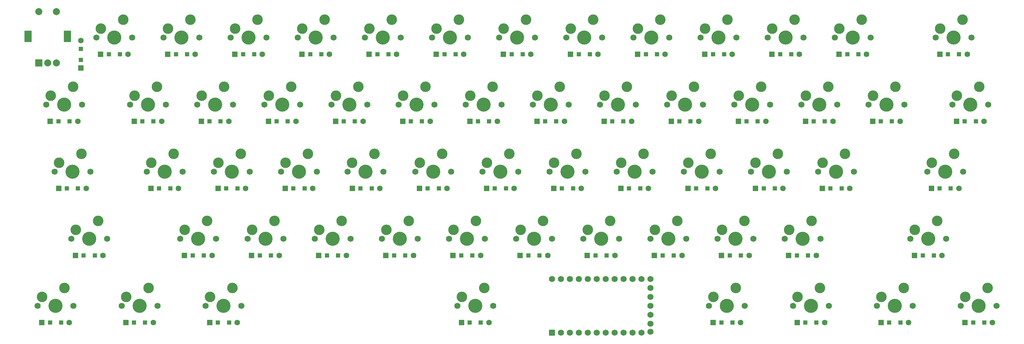
<source format=gbr>
%TF.GenerationSoftware,KiCad,Pcbnew,(5.1.9)-1*%
%TF.CreationDate,2021-02-15T21:30:30-05:00*%
%TF.ProjectId,60percent - Copy,36307065-7263-4656-9e74-202d20436f70,rev?*%
%TF.SameCoordinates,Original*%
%TF.FileFunction,Soldermask,Top*%
%TF.FilePolarity,Negative*%
%FSLAX46Y46*%
G04 Gerber Fmt 4.6, Leading zero omitted, Abs format (unit mm)*
G04 Created by KiCad (PCBNEW (5.1.9)-1) date 2021-02-15 21:30:30*
%MOMM*%
%LPD*%
G01*
G04 APERTURE LIST*
%ADD10R,1.200000X1.200000*%
%ADD11R,1.600000X1.600000*%
%ADD12C,1.600000*%
%ADD13C,1.750000*%
%ADD14C,4.000000*%
%ADD15C,3.000000*%
%ADD16C,2.000000*%
%ADD17R,2.000000X3.200000*%
%ADD18R,2.000000X2.000000*%
%ADD19R,1.752600X1.752600*%
%ADD20C,1.752600*%
G04 APERTURE END LIST*
D10*
%TO.C,D1*%
X85725000Y-77005800D03*
X85725000Y-80155800D03*
D11*
X85725000Y-82480800D03*
D12*
X85725000Y-74680800D03*
%TD*%
D10*
%TO.C,D2*%
X96825000Y-78580800D03*
X93675000Y-78580800D03*
D11*
X91350000Y-78580800D03*
D12*
X99150000Y-78580800D03*
%TD*%
D10*
%TO.C,D3*%
X115875000Y-78580800D03*
X112725000Y-78580800D03*
D11*
X110400000Y-78580800D03*
D12*
X118200000Y-78580800D03*
%TD*%
%TO.C,D4*%
X137250000Y-78580800D03*
D11*
X129450000Y-78580800D03*
D10*
X131775000Y-78580800D03*
X134925000Y-78580800D03*
%TD*%
%TO.C,D5*%
X153975000Y-78580800D03*
X150825000Y-78580800D03*
D11*
X148500000Y-78580800D03*
D12*
X156300000Y-78580800D03*
%TD*%
D10*
%TO.C,D6*%
X173025000Y-78580800D03*
X169875000Y-78580800D03*
D11*
X167550000Y-78580800D03*
D12*
X175350000Y-78580800D03*
%TD*%
%TO.C,D7*%
X194400000Y-78580800D03*
D11*
X186600000Y-78580800D03*
D10*
X188925000Y-78580800D03*
X192075000Y-78580800D03*
%TD*%
%TO.C,D8*%
X211125000Y-78580800D03*
X207975000Y-78580800D03*
D11*
X205650000Y-78580800D03*
D12*
X213450000Y-78580800D03*
%TD*%
D10*
%TO.C,D9*%
X230175000Y-78580800D03*
X227025000Y-78580800D03*
D11*
X224700000Y-78580800D03*
D12*
X232500000Y-78580800D03*
%TD*%
%TO.C,D10*%
X251550000Y-78580800D03*
D11*
X243750000Y-78580800D03*
D10*
X246075000Y-78580800D03*
X249225000Y-78580800D03*
%TD*%
D12*
%TO.C,D11*%
X270600000Y-78580800D03*
D11*
X262800000Y-78580800D03*
D10*
X265125000Y-78580800D03*
X268275000Y-78580800D03*
%TD*%
%TO.C,D12*%
X287325000Y-78580800D03*
X284175000Y-78580800D03*
D11*
X281850000Y-78580800D03*
D12*
X289650000Y-78580800D03*
%TD*%
%TO.C,D13*%
X308700000Y-78580800D03*
D11*
X300900000Y-78580800D03*
D10*
X303225000Y-78580800D03*
X306375000Y-78580800D03*
%TD*%
D12*
%TO.C,D14*%
X337276000Y-78580800D03*
D11*
X329476000Y-78580800D03*
D10*
X331801000Y-78580800D03*
X334951000Y-78580800D03*
%TD*%
D12*
%TO.C,D15*%
X84862500Y-97630800D03*
D11*
X77062500Y-97630800D03*
D10*
X79387500Y-97630800D03*
X82537500Y-97630800D03*
%TD*%
D12*
%TO.C,D16*%
X108675000Y-97630800D03*
D11*
X100875000Y-97630800D03*
D10*
X103200000Y-97630800D03*
X106350000Y-97630800D03*
%TD*%
%TO.C,D17*%
X125400000Y-97630800D03*
X122250000Y-97630800D03*
D11*
X119925000Y-97630800D03*
D12*
X127725000Y-97630800D03*
%TD*%
%TO.C,D18*%
X146775000Y-97630800D03*
D11*
X138975000Y-97630800D03*
D10*
X141300000Y-97630800D03*
X144450000Y-97630800D03*
%TD*%
D12*
%TO.C,D19*%
X165826000Y-97630800D03*
D11*
X158026000Y-97630800D03*
D10*
X160351000Y-97630800D03*
X163501000Y-97630800D03*
%TD*%
%TO.C,D20*%
X182551000Y-97630800D03*
X179401000Y-97630800D03*
D11*
X177076000Y-97630800D03*
D12*
X184876000Y-97630800D03*
%TD*%
D10*
%TO.C,D21*%
X201601000Y-97630800D03*
X198451000Y-97630800D03*
D11*
X196126000Y-97630800D03*
D12*
X203926000Y-97630800D03*
%TD*%
D10*
%TO.C,D22*%
X220651000Y-97630800D03*
X217501000Y-97630800D03*
D11*
X215176000Y-97630800D03*
D12*
X222976000Y-97630800D03*
%TD*%
%TO.C,D23*%
X242026000Y-97630800D03*
D11*
X234226000Y-97630800D03*
D10*
X236551000Y-97630800D03*
X239701000Y-97630800D03*
%TD*%
%TO.C,D24*%
X258751000Y-97630800D03*
X255601000Y-97630800D03*
D11*
X253276000Y-97630800D03*
D12*
X261076000Y-97630800D03*
%TD*%
%TO.C,D25*%
X280126000Y-97630800D03*
D11*
X272326000Y-97630800D03*
D10*
X274651000Y-97630800D03*
X277801000Y-97630800D03*
%TD*%
%TO.C,D26*%
X296851000Y-97630800D03*
X293701000Y-97630800D03*
D11*
X291376000Y-97630800D03*
D12*
X299176000Y-97630800D03*
%TD*%
%TO.C,D27*%
X318226000Y-97630800D03*
D11*
X310426000Y-97630800D03*
D10*
X312751000Y-97630800D03*
X315901000Y-97630800D03*
%TD*%
%TO.C,D28*%
X339713000Y-97630800D03*
X336563000Y-97630800D03*
D11*
X334238000Y-97630800D03*
D12*
X342038000Y-97630800D03*
%TD*%
D10*
%TO.C,D29*%
X84918700Y-116681000D03*
X81768700Y-116681000D03*
D11*
X79443700Y-116681000D03*
D12*
X87243700Y-116681000D03*
%TD*%
D10*
%TO.C,D30*%
X111113000Y-116681000D03*
X107963000Y-116681000D03*
D11*
X105638000Y-116681000D03*
D12*
X113438000Y-116681000D03*
%TD*%
D10*
%TO.C,D31*%
X130163000Y-116681000D03*
X127013000Y-116681000D03*
D11*
X124688000Y-116681000D03*
D12*
X132488000Y-116681000D03*
%TD*%
%TO.C,D32*%
X151538000Y-116681000D03*
D11*
X143738000Y-116681000D03*
D10*
X146063000Y-116681000D03*
X149213000Y-116681000D03*
%TD*%
%TO.C,D33*%
X168263000Y-116681000D03*
X165113000Y-116681000D03*
D11*
X162788000Y-116681000D03*
D12*
X170588000Y-116681000D03*
%TD*%
%TO.C,D34*%
X189638000Y-116681000D03*
D11*
X181838000Y-116681000D03*
D10*
X184163000Y-116681000D03*
X187313000Y-116681000D03*
%TD*%
%TO.C,D35*%
X206363000Y-116681000D03*
X203213000Y-116681000D03*
D11*
X200888000Y-116681000D03*
D12*
X208688000Y-116681000D03*
%TD*%
%TO.C,D36*%
X227738000Y-116681000D03*
D11*
X219938000Y-116681000D03*
D10*
X222263000Y-116681000D03*
X225413000Y-116681000D03*
%TD*%
%TO.C,D37*%
X244463000Y-116681000D03*
X241313000Y-116681000D03*
D11*
X238988000Y-116681000D03*
D12*
X246788000Y-116681000D03*
%TD*%
%TO.C,D38*%
X265838000Y-116681000D03*
D11*
X258038000Y-116681000D03*
D10*
X260363000Y-116681000D03*
X263513000Y-116681000D03*
%TD*%
%TO.C,D39*%
X282679000Y-116681000D03*
X279529000Y-116681000D03*
D11*
X277204000Y-116681000D03*
D12*
X285004000Y-116681000D03*
%TD*%
%TO.C,D40*%
X303938000Y-116681000D03*
D11*
X296138000Y-116681000D03*
D10*
X298463000Y-116681000D03*
X301613000Y-116681000D03*
%TD*%
D12*
%TO.C,D41*%
X334894000Y-116681000D03*
D11*
X327094000Y-116681000D03*
D10*
X329419000Y-116681000D03*
X332569000Y-116681000D03*
%TD*%
D12*
%TO.C,D42*%
X92006300Y-135731000D03*
D11*
X84206300Y-135731000D03*
D10*
X86531300Y-135731000D03*
X89681300Y-135731000D03*
%TD*%
%TO.C,D43*%
X120637000Y-135731000D03*
X117487000Y-135731000D03*
D11*
X115162000Y-135731000D03*
D12*
X122962000Y-135731000D03*
%TD*%
%TO.C,D44*%
X142012000Y-135731000D03*
D11*
X134212000Y-135731000D03*
D10*
X136537000Y-135731000D03*
X139687000Y-135731000D03*
%TD*%
%TO.C,D45*%
X158737000Y-135731000D03*
X155587000Y-135731000D03*
D11*
X153262000Y-135731000D03*
D12*
X161062000Y-135731000D03*
%TD*%
%TO.C,D46*%
X180112000Y-135731000D03*
D11*
X172312000Y-135731000D03*
D10*
X174637000Y-135731000D03*
X177787000Y-135731000D03*
%TD*%
%TO.C,D47*%
X196837000Y-135731000D03*
X193687000Y-135731000D03*
D11*
X191362000Y-135731000D03*
D12*
X199162000Y-135731000D03*
%TD*%
%TO.C,D48*%
X218212000Y-135731000D03*
D11*
X210412000Y-135731000D03*
D10*
X212737000Y-135731000D03*
X215887000Y-135731000D03*
%TD*%
%TO.C,D49*%
X234937000Y-135731000D03*
X231787000Y-135731000D03*
D11*
X229462000Y-135731000D03*
D12*
X237262000Y-135731000D03*
%TD*%
%TO.C,D50*%
X256312000Y-135731000D03*
D11*
X248512000Y-135731000D03*
D10*
X250837000Y-135731000D03*
X253987000Y-135731000D03*
%TD*%
D12*
%TO.C,D51*%
X275362000Y-135731000D03*
D11*
X267562000Y-135731000D03*
D10*
X269887000Y-135731000D03*
X273037000Y-135731000D03*
%TD*%
D12*
%TO.C,D52*%
X294412000Y-135731000D03*
D11*
X286612000Y-135731000D03*
D10*
X288937000Y-135731000D03*
X292087000Y-135731000D03*
%TD*%
%TO.C,D53*%
X327807000Y-135731000D03*
X324657000Y-135731000D03*
D11*
X322332000Y-135731000D03*
D12*
X330132000Y-135731000D03*
%TD*%
%TO.C,D54*%
X82481300Y-154781000D03*
D11*
X74681300Y-154781000D03*
D10*
X77006300Y-154781000D03*
X80156300Y-154781000D03*
%TD*%
%TO.C,D55*%
X103969000Y-154781000D03*
X100819000Y-154781000D03*
D11*
X98494000Y-154781000D03*
D12*
X106294000Y-154781000D03*
%TD*%
%TO.C,D56*%
X130106000Y-154781000D03*
D11*
X122306000Y-154781000D03*
D10*
X124631000Y-154781000D03*
X127781000Y-154781000D03*
%TD*%
%TO.C,D57*%
X199219000Y-154781000D03*
X196069000Y-154781000D03*
D11*
X193744000Y-154781000D03*
D12*
X201544000Y-154781000D03*
%TD*%
%TO.C,D58*%
X272982000Y-154781000D03*
D11*
X265182000Y-154781000D03*
D10*
X267507000Y-154781000D03*
X270657000Y-154781000D03*
%TD*%
%TO.C,D59*%
X294469000Y-154781000D03*
X291319000Y-154781000D03*
D11*
X288994000Y-154781000D03*
D12*
X296794000Y-154781000D03*
%TD*%
%TO.C,D60*%
X320606000Y-154781000D03*
D11*
X312806000Y-154781000D03*
D10*
X315131000Y-154781000D03*
X318281000Y-154781000D03*
%TD*%
%TO.C,D61*%
X342093000Y-154781000D03*
X338943000Y-154781000D03*
D11*
X336618000Y-154781000D03*
D12*
X344418000Y-154781000D03*
%TD*%
D13*
%TO.C,K1*%
X100330000Y-73818800D03*
X90170000Y-73818800D03*
D14*
X95250000Y-73818800D03*
D15*
X97790000Y-68738800D03*
X91440000Y-71278800D03*
%TD*%
%TO.C,K2*%
X110490000Y-71278800D03*
X116840000Y-68738800D03*
D14*
X114300000Y-73818800D03*
D13*
X109220000Y-73818800D03*
X119380000Y-73818800D03*
%TD*%
D15*
%TO.C,K3*%
X129540000Y-71278800D03*
X135890000Y-68738800D03*
D14*
X133350000Y-73818800D03*
D13*
X128270000Y-73818800D03*
X138430000Y-73818800D03*
%TD*%
%TO.C,K4*%
X157480000Y-73818800D03*
X147320000Y-73818800D03*
D14*
X152400000Y-73818800D03*
D15*
X154940000Y-68738800D03*
X148590000Y-71278800D03*
%TD*%
%TO.C,K5*%
X167640000Y-71278800D03*
X173990000Y-68738800D03*
D14*
X171450000Y-73818800D03*
D13*
X166370000Y-73818800D03*
X176530000Y-73818800D03*
%TD*%
%TO.C,K6*%
X195580000Y-73818800D03*
X185420000Y-73818800D03*
D14*
X190500000Y-73818800D03*
D15*
X193040000Y-68738800D03*
X186690000Y-71278800D03*
%TD*%
D13*
%TO.C,K7*%
X214630000Y-73818800D03*
X204470000Y-73818800D03*
D14*
X209550000Y-73818800D03*
D15*
X212090000Y-68738800D03*
X205740000Y-71278800D03*
%TD*%
D13*
%TO.C,K8*%
X233680000Y-73818800D03*
X223520000Y-73818800D03*
D14*
X228600000Y-73818800D03*
D15*
X231140000Y-68738800D03*
X224790000Y-71278800D03*
%TD*%
%TO.C,K9*%
X243840000Y-71278800D03*
X250190000Y-68738800D03*
D14*
X247650000Y-73818800D03*
D13*
X242570000Y-73818800D03*
X252730000Y-73818800D03*
%TD*%
D15*
%TO.C,K10*%
X262890000Y-71278800D03*
X269240000Y-68738800D03*
D14*
X266700000Y-73818800D03*
D13*
X261620000Y-73818800D03*
X271780000Y-73818800D03*
%TD*%
%TO.C,K11*%
X290830000Y-73818800D03*
X280670000Y-73818800D03*
D14*
X285750000Y-73818800D03*
D15*
X288290000Y-68738800D03*
X281940000Y-71278800D03*
%TD*%
D13*
%TO.C,K12*%
X309880000Y-73818800D03*
X299720000Y-73818800D03*
D14*
X304800000Y-73818800D03*
D15*
X307340000Y-68738800D03*
X300990000Y-71278800D03*
%TD*%
%TO.C,K13*%
X329566000Y-71278800D03*
X335916000Y-68738800D03*
D14*
X333376000Y-73818800D03*
D13*
X328296000Y-73818800D03*
X338456000Y-73818800D03*
%TD*%
D15*
%TO.C,K14*%
X77152500Y-90328800D03*
X83502500Y-87788800D03*
D14*
X80962500Y-92868800D03*
D13*
X75882500Y-92868800D03*
X86042500Y-92868800D03*
%TD*%
%TO.C,K27*%
X343218000Y-92868800D03*
X333058000Y-92868800D03*
D14*
X338138000Y-92868800D03*
D15*
X340678000Y-87788800D03*
X334328000Y-90328800D03*
%TD*%
%TO.C,K28*%
X79533700Y-109379000D03*
X85883700Y-106839000D03*
D14*
X83343700Y-111919000D03*
D13*
X78263700Y-111919000D03*
X88423700Y-111919000D03*
%TD*%
D15*
%TO.C,K29*%
X105728000Y-109379000D03*
X112078000Y-106839000D03*
D14*
X109538000Y-111919000D03*
D13*
X104458000Y-111919000D03*
X114618000Y-111919000D03*
%TD*%
%TO.C,K30*%
X133668000Y-111919000D03*
X123508000Y-111919000D03*
D14*
X128588000Y-111919000D03*
D15*
X131128000Y-106839000D03*
X124778000Y-109379000D03*
%TD*%
D13*
%TO.C,K31*%
X152718000Y-111919000D03*
X142558000Y-111919000D03*
D14*
X147638000Y-111919000D03*
D15*
X150178000Y-106839000D03*
X143828000Y-109379000D03*
%TD*%
D13*
%TO.C,K32*%
X171608000Y-111919000D03*
X161448000Y-111919000D03*
D14*
X166528000Y-111919000D03*
D15*
X169068000Y-106839000D03*
X162718000Y-109379000D03*
%TD*%
%TO.C,K33*%
X181928000Y-109379000D03*
X188278000Y-106839000D03*
D14*
X185738000Y-111919000D03*
D13*
X180658000Y-111919000D03*
X190818000Y-111919000D03*
%TD*%
%TO.C,K34*%
X209868000Y-111919000D03*
X199708000Y-111919000D03*
D14*
X204788000Y-111919000D03*
D15*
X207328000Y-106839000D03*
X200978000Y-109379000D03*
%TD*%
D13*
%TO.C,K35*%
X228918000Y-111919000D03*
X218758000Y-111919000D03*
D14*
X223838000Y-111919000D03*
D15*
X226378000Y-106839000D03*
X220028000Y-109379000D03*
%TD*%
%TO.C,K36*%
X239078000Y-109379000D03*
X245428000Y-106839000D03*
D14*
X242888000Y-111919000D03*
D13*
X237808000Y-111919000D03*
X247968000Y-111919000D03*
%TD*%
D15*
%TO.C,K37*%
X258128000Y-109379000D03*
X264478000Y-106839000D03*
D14*
X261938000Y-111919000D03*
D13*
X256858000Y-111919000D03*
X267018000Y-111919000D03*
%TD*%
D15*
%TO.C,K38*%
X277178000Y-109379000D03*
X283528000Y-106839000D03*
D14*
X280988000Y-111919000D03*
D13*
X275908000Y-111919000D03*
X286068000Y-111919000D03*
%TD*%
D15*
%TO.C,K39*%
X296228000Y-109379000D03*
X302578000Y-106839000D03*
D14*
X300038000Y-111919000D03*
D13*
X294958000Y-111919000D03*
X305118000Y-111919000D03*
%TD*%
D15*
%TO.C,K40*%
X327184000Y-109379000D03*
X333534000Y-106839000D03*
D14*
X330994000Y-111919000D03*
D13*
X325914000Y-111919000D03*
X336074000Y-111919000D03*
%TD*%
%TO.C,K41*%
X93186300Y-130969000D03*
X83026300Y-130969000D03*
D14*
X88106300Y-130969000D03*
D15*
X90646300Y-125889000D03*
X84296300Y-128429000D03*
%TD*%
%TO.C,K42*%
X115194000Y-128429000D03*
X121544000Y-125889000D03*
D14*
X119004000Y-130969000D03*
D13*
X113924000Y-130969000D03*
X124084000Y-130969000D03*
%TD*%
D15*
%TO.C,K43*%
X134302000Y-128429000D03*
X140652000Y-125889000D03*
D14*
X138112000Y-130969000D03*
D13*
X133032000Y-130969000D03*
X143192000Y-130969000D03*
%TD*%
D15*
%TO.C,K44*%
X153352000Y-128429000D03*
X159702000Y-125889000D03*
D14*
X157162000Y-130969000D03*
D13*
X152082000Y-130969000D03*
X162242000Y-130969000D03*
%TD*%
%TO.C,K45*%
X181292000Y-130969000D03*
X171132000Y-130969000D03*
D14*
X176212000Y-130969000D03*
D15*
X178752000Y-125889000D03*
X172402000Y-128429000D03*
%TD*%
D13*
%TO.C,K46*%
X200342000Y-130969000D03*
X190182000Y-130969000D03*
D14*
X195262000Y-130969000D03*
D15*
X197802000Y-125889000D03*
X191452000Y-128429000D03*
%TD*%
D13*
%TO.C,K47*%
X219392000Y-130969000D03*
X209232000Y-130969000D03*
D14*
X214312000Y-130969000D03*
D15*
X216852000Y-125889000D03*
X210502000Y-128429000D03*
%TD*%
D13*
%TO.C,K48*%
X238442000Y-130969000D03*
X228282000Y-130969000D03*
D14*
X233362000Y-130969000D03*
D15*
X235902000Y-125889000D03*
X229552000Y-128429000D03*
%TD*%
%TO.C,K49*%
X248602000Y-128429000D03*
X254952000Y-125889000D03*
D14*
X252412000Y-130969000D03*
D13*
X247332000Y-130969000D03*
X257492000Y-130969000D03*
%TD*%
D15*
%TO.C,K50*%
X267652000Y-128429000D03*
X274002000Y-125889000D03*
D14*
X271462000Y-130969000D03*
D13*
X266382000Y-130969000D03*
X276542000Y-130969000D03*
%TD*%
D15*
%TO.C,K51*%
X286702000Y-128429000D03*
X293052000Y-125889000D03*
D14*
X290512000Y-130969000D03*
D13*
X285432000Y-130969000D03*
X295592000Y-130969000D03*
%TD*%
D15*
%TO.C,K52*%
X322422000Y-128429000D03*
X328772000Y-125889000D03*
D14*
X326232000Y-130969000D03*
D13*
X321152000Y-130969000D03*
X331312000Y-130969000D03*
%TD*%
%TO.C,K53*%
X83661300Y-150019000D03*
X73501300Y-150019000D03*
D14*
X78581300Y-150019000D03*
D15*
X81121300Y-144939000D03*
X74771300Y-147479000D03*
%TD*%
%TO.C,K54*%
X98584000Y-147479000D03*
X104934000Y-144939000D03*
D14*
X102394000Y-150019000D03*
D13*
X97314000Y-150019000D03*
X107474000Y-150019000D03*
%TD*%
D15*
%TO.C,K55*%
X122396000Y-147479000D03*
X128746000Y-144939000D03*
D14*
X126206000Y-150019000D03*
D13*
X121126000Y-150019000D03*
X131286000Y-150019000D03*
%TD*%
D15*
%TO.C,K56*%
X193834000Y-147479000D03*
X200184000Y-144939000D03*
D14*
X197644000Y-150019000D03*
D13*
X192564000Y-150019000D03*
X202724000Y-150019000D03*
%TD*%
D15*
%TO.C,K57*%
X265272000Y-147479000D03*
X271622000Y-144939000D03*
D14*
X269082000Y-150019000D03*
D13*
X264002000Y-150019000D03*
X274162000Y-150019000D03*
%TD*%
%TO.C,K58*%
X297974000Y-150019000D03*
X287814000Y-150019000D03*
D14*
X292894000Y-150019000D03*
D15*
X295434000Y-144939000D03*
X289084000Y-147479000D03*
%TD*%
%TO.C,K59*%
X312896000Y-147479000D03*
X319246000Y-144939000D03*
D14*
X316706000Y-150019000D03*
D13*
X311626000Y-150019000D03*
X321786000Y-150019000D03*
%TD*%
%TO.C,K60*%
X345598000Y-150019000D03*
X335438000Y-150019000D03*
D14*
X340518000Y-150019000D03*
D15*
X343058000Y-144939000D03*
X336708000Y-147479000D03*
%TD*%
D16*
%TO.C,SW1*%
X78818700Y-66462800D03*
X73818700Y-66462800D03*
D17*
X81918700Y-73462800D03*
X70718700Y-73462800D03*
D16*
X78818700Y-80962800D03*
X76318700Y-80962800D03*
D18*
X73818700Y-80962800D03*
%TD*%
D19*
%TO.C,U1*%
X219392000Y-157639000D03*
D20*
X221932000Y-157639000D03*
X224472000Y-157639000D03*
X227012000Y-157639000D03*
X229552000Y-157639000D03*
X232092000Y-157639000D03*
X234632000Y-157639000D03*
X237172000Y-157639000D03*
X239712000Y-157639000D03*
X242252000Y-157639000D03*
X244792000Y-157639000D03*
X247332000Y-142399000D03*
X244792000Y-142399000D03*
X242252000Y-142399000D03*
X239712000Y-142399000D03*
X237172000Y-142399000D03*
X234632000Y-142399000D03*
X232092000Y-142399000D03*
X229552000Y-142399000D03*
X227012000Y-142399000D03*
X224472000Y-142399000D03*
X221932000Y-142399000D03*
X247332000Y-157410400D03*
X219392000Y-142399000D03*
X247332000Y-144939000D03*
X247332000Y-147479000D03*
X247332000Y-150019000D03*
X247332000Y-152559000D03*
X247332000Y-155099000D03*
%TD*%
D13*
%TO.C,K15*%
X109855000Y-92868800D03*
X99695000Y-92868800D03*
D14*
X104775000Y-92868800D03*
D15*
X107315000Y-87788800D03*
X100965000Y-90328800D03*
%TD*%
%TO.C,K16*%
X120015000Y-90328800D03*
X126365000Y-87788800D03*
D14*
X123825000Y-92868800D03*
D13*
X118745000Y-92868800D03*
X128905000Y-92868800D03*
%TD*%
%TO.C,K17*%
X147955000Y-92868800D03*
X137795000Y-92868800D03*
D14*
X142875000Y-92868800D03*
D15*
X145415000Y-87788800D03*
X139065000Y-90328800D03*
%TD*%
%TO.C,K18*%
X158116000Y-90328800D03*
X164466000Y-87788800D03*
D14*
X161926000Y-92868800D03*
D13*
X156846000Y-92868800D03*
X167006000Y-92868800D03*
%TD*%
D15*
%TO.C,K19*%
X177166000Y-90328800D03*
X183516000Y-87788800D03*
D14*
X180976000Y-92868800D03*
D13*
X175896000Y-92868800D03*
X186056000Y-92868800D03*
%TD*%
%TO.C,K20*%
X205106000Y-92868800D03*
X194946000Y-92868800D03*
D14*
X200026000Y-92868800D03*
D15*
X202566000Y-87788800D03*
X196216000Y-90328800D03*
%TD*%
D13*
%TO.C,K21*%
X224156000Y-92868800D03*
X213996000Y-92868800D03*
D14*
X219076000Y-92868800D03*
D15*
X221616000Y-87788800D03*
X215266000Y-90328800D03*
%TD*%
%TO.C,K22*%
X234316000Y-90328800D03*
X240666000Y-87788800D03*
D14*
X238126000Y-92868800D03*
D13*
X233046000Y-92868800D03*
X243206000Y-92868800D03*
%TD*%
D15*
%TO.C,K23*%
X253366000Y-90328800D03*
X259716000Y-87788800D03*
D14*
X257176000Y-92868800D03*
D13*
X252096000Y-92868800D03*
X262256000Y-92868800D03*
%TD*%
D15*
%TO.C,K24*%
X272416000Y-90328800D03*
X278766000Y-87788800D03*
D14*
X276226000Y-92868800D03*
D13*
X271146000Y-92868800D03*
X281306000Y-92868800D03*
%TD*%
%TO.C,K25*%
X300356000Y-92868800D03*
X290196000Y-92868800D03*
D14*
X295276000Y-92868800D03*
D15*
X297816000Y-87788800D03*
X291466000Y-90328800D03*
%TD*%
D13*
%TO.C,K26*%
X319406000Y-92868800D03*
X309246000Y-92868800D03*
D14*
X314326000Y-92868800D03*
D15*
X316866000Y-87788800D03*
X310516000Y-90328800D03*
%TD*%
M02*

</source>
